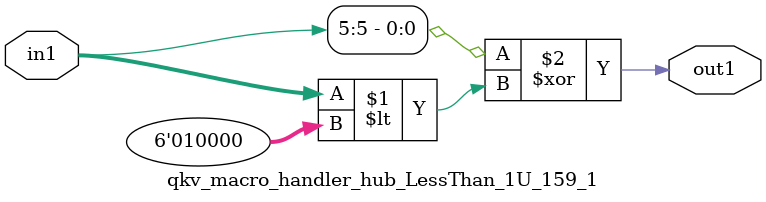
<source format=v>

`timescale 1ps / 1ps


module qkv_macro_handler_hub_LessThan_1U_159_1( in1, out1 );

    input [5:0] in1;
    output out1;

    
    // rtl_process:qkv_macro_handler_hub_LessThan_1U_159_1/qkv_macro_handler_hub_LessThan_1U_159_1_thread_1
    assign out1 = (in1[5] ^ in1 < 6'd16);

endmodule



</source>
